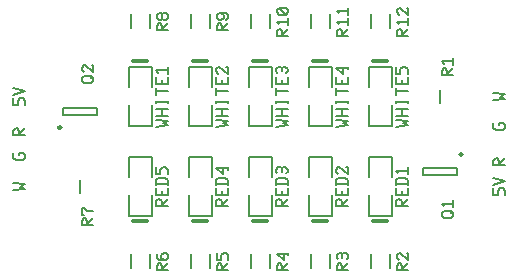
<source format=gbr>
G04 Generated by Ultiboard 14.0 *
%FSLAX33Y33*%
%MOMM*%

%ADD10C,0.001*%
%ADD11C,0.156*%
%ADD12C,0.203*%
%ADD13C,0.305*%
%ADD14C,0.200*%
%ADD15C,0.250*%


G04 ColorRGB FFFF00 for the following layer *
%LNSilkscreen Top*%
%LPD*%
G54D10*
G54D11*
X19085Y16462D02*
X20085Y16561D01*
X19685Y16760D01*
X20085Y16959D01*
X19085Y17059D01*
X20085Y17358D02*
X19085Y17358D01*
X20085Y17955D02*
X19085Y17955D01*
X19585Y17358D02*
X19585Y17955D01*
X20085Y18453D02*
X20085Y18652D01*
X19085Y18453D02*
X19085Y18652D01*
X20085Y18552D02*
X19085Y18552D01*
X20085Y19448D02*
X19085Y19448D01*
X19085Y19150D02*
X19085Y19747D01*
X20085Y20643D02*
X20085Y20046D01*
X19585Y20046D01*
X19085Y20046D01*
X19085Y20643D01*
X19585Y20046D02*
X19585Y20444D01*
X19285Y21041D02*
X19085Y21240D01*
X20085Y21240D01*
X20085Y20942D02*
X20085Y21539D01*
X24165Y16462D02*
X25165Y16561D01*
X24765Y16760D01*
X25165Y16959D01*
X24165Y17059D01*
X25165Y17358D02*
X24165Y17358D01*
X25165Y17955D02*
X24165Y17955D01*
X24665Y17358D02*
X24665Y17955D01*
X25165Y18453D02*
X25165Y18652D01*
X24165Y18453D02*
X24165Y18652D01*
X25165Y18552D02*
X24165Y18552D01*
X25165Y19448D02*
X24165Y19448D01*
X24165Y19150D02*
X24165Y19747D01*
X25165Y20643D02*
X25165Y20046D01*
X24665Y20046D01*
X24165Y20046D01*
X24165Y20643D01*
X24665Y20046D02*
X24665Y20444D01*
X24365Y20942D02*
X24165Y21141D01*
X24165Y21340D01*
X24365Y21539D01*
X24465Y21539D01*
X25165Y20942D01*
X25165Y21539D01*
X25065Y21539D01*
X29245Y16462D02*
X30245Y16561D01*
X29845Y16760D01*
X30245Y16959D01*
X29245Y17059D01*
X30245Y17358D02*
X29245Y17358D01*
X30245Y17955D02*
X29245Y17955D01*
X29745Y17358D02*
X29745Y17955D01*
X30245Y18453D02*
X30245Y18652D01*
X29245Y18453D02*
X29245Y18652D01*
X30245Y18552D02*
X29245Y18552D01*
X30245Y19448D02*
X29245Y19448D01*
X29245Y19150D02*
X29245Y19747D01*
X30245Y20643D02*
X30245Y20046D01*
X29745Y20046D01*
X29245Y20046D01*
X29245Y20643D01*
X29745Y20046D02*
X29745Y20444D01*
X29345Y21041D02*
X29245Y21141D01*
X29245Y21340D01*
X29445Y21539D01*
X29645Y21539D01*
X29745Y21439D01*
X29845Y21539D01*
X30045Y21539D01*
X30245Y21340D01*
X30245Y21141D01*
X30145Y21041D01*
X29745Y21141D02*
X29745Y21439D01*
X34325Y16462D02*
X35325Y16561D01*
X34925Y16760D01*
X35325Y16959D01*
X34325Y17059D01*
X35325Y17358D02*
X34325Y17358D01*
X35325Y17955D02*
X34325Y17955D01*
X34825Y17358D02*
X34825Y17955D01*
X35325Y18453D02*
X35325Y18652D01*
X34325Y18453D02*
X34325Y18652D01*
X35325Y18552D02*
X34325Y18552D01*
X35325Y19448D02*
X34325Y19448D01*
X34325Y19150D02*
X34325Y19747D01*
X35325Y20643D02*
X35325Y20046D01*
X34825Y20046D01*
X34325Y20046D01*
X34325Y20643D01*
X34825Y20046D02*
X34825Y20444D01*
X34925Y21539D02*
X34925Y20942D01*
X34325Y21439D01*
X35325Y21439D01*
X35325Y21340D02*
X35325Y21539D01*
X39405Y16462D02*
X40405Y16561D01*
X40005Y16760D01*
X40405Y16959D01*
X39405Y17059D01*
X40405Y17358D02*
X39405Y17358D01*
X40405Y17955D02*
X39405Y17955D01*
X39905Y17358D02*
X39905Y17955D01*
X40405Y18453D02*
X40405Y18652D01*
X39405Y18453D02*
X39405Y18652D01*
X40405Y18552D02*
X39405Y18552D01*
X40405Y19448D02*
X39405Y19448D01*
X39405Y19150D02*
X39405Y19747D01*
X40405Y20643D02*
X40405Y20046D01*
X39905Y20046D01*
X39405Y20046D01*
X39405Y20643D01*
X39905Y20046D02*
X39905Y20444D01*
X39405Y21539D02*
X39405Y20942D01*
X39805Y20942D01*
X39805Y21340D01*
X40005Y21539D01*
X40205Y21539D01*
X40405Y21340D01*
X40405Y20942D01*
X20150Y24604D02*
X19150Y24604D01*
X19150Y25002D01*
X19350Y25201D01*
X19450Y25201D01*
X19650Y25002D01*
X19650Y24604D01*
X19650Y24703D02*
X20150Y25201D01*
X20150Y25898D02*
X20150Y25699D01*
X19950Y25500D01*
X19750Y25500D01*
X19650Y25599D01*
X19550Y25500D01*
X19350Y25500D01*
X19150Y25699D01*
X19150Y25898D01*
X19350Y26097D01*
X19550Y26097D01*
X19650Y25997D01*
X19750Y26097D01*
X19950Y26097D01*
X20150Y25898D01*
X19650Y25599D02*
X19650Y25997D01*
X25230Y24604D02*
X24230Y24604D01*
X24230Y25002D01*
X24430Y25201D01*
X24530Y25201D01*
X24730Y25002D01*
X24730Y24604D01*
X24730Y24703D02*
X25230Y25201D01*
X25030Y25500D02*
X25230Y25699D01*
X25230Y25898D01*
X25030Y26097D01*
X24630Y26097D01*
X24430Y26097D01*
X24230Y25898D01*
X24230Y25699D01*
X24430Y25500D01*
X24630Y25500D01*
X24830Y25699D01*
X24830Y25898D01*
X24630Y26097D01*
X30310Y24156D02*
X29310Y24156D01*
X29310Y24554D01*
X29510Y24753D01*
X29610Y24753D01*
X29810Y24554D01*
X29810Y24156D01*
X29810Y24255D02*
X30310Y24753D01*
X29510Y25151D02*
X29310Y25350D01*
X30310Y25350D01*
X30310Y25052D02*
X30310Y25649D01*
X29510Y25948D02*
X29310Y26147D01*
X29310Y26346D01*
X29510Y26545D01*
X30110Y26545D01*
X30310Y26346D01*
X30310Y26147D01*
X30110Y25948D01*
X29510Y25948D01*
X29510Y26545D02*
X30110Y25948D01*
X35390Y24156D02*
X34390Y24156D01*
X34390Y24554D01*
X34590Y24753D01*
X34690Y24753D01*
X34890Y24554D01*
X34890Y24156D01*
X34890Y24255D02*
X35390Y24753D01*
X34590Y25151D02*
X34390Y25350D01*
X35390Y25350D01*
X35390Y25052D02*
X35390Y25649D01*
X34590Y26047D02*
X34390Y26246D01*
X35390Y26246D01*
X35390Y25948D02*
X35390Y26545D01*
X40470Y24156D02*
X39470Y24156D01*
X39470Y24554D01*
X39670Y24753D01*
X39770Y24753D01*
X39970Y24554D01*
X39970Y24156D01*
X39970Y24255D02*
X40470Y24753D01*
X39670Y25151D02*
X39470Y25350D01*
X40470Y25350D01*
X40470Y25052D02*
X40470Y25649D01*
X39670Y25948D02*
X39470Y26147D01*
X39470Y26346D01*
X39670Y26545D01*
X39770Y26545D01*
X40470Y25948D01*
X40470Y26545D01*
X40370Y26545D01*
X20085Y9738D02*
X19085Y9738D01*
X19085Y10136D01*
X19285Y10335D01*
X19385Y10335D01*
X19585Y10136D01*
X19585Y9738D01*
X19585Y9837D02*
X20085Y10335D01*
X20085Y11231D02*
X20085Y10634D01*
X19585Y10634D01*
X19085Y10634D01*
X19085Y11231D01*
X19585Y10634D02*
X19585Y11032D01*
X20085Y11530D02*
X20085Y11928D01*
X19885Y12127D01*
X19285Y12127D01*
X19085Y11928D01*
X19085Y11530D01*
X19085Y11629D02*
X20085Y11629D01*
X19085Y13023D02*
X19085Y12426D01*
X19485Y12426D01*
X19485Y12824D01*
X19685Y13023D01*
X19885Y13023D01*
X20085Y12824D01*
X20085Y12426D01*
X25165Y9738D02*
X24165Y9738D01*
X24165Y10136D01*
X24365Y10335D01*
X24465Y10335D01*
X24665Y10136D01*
X24665Y9738D01*
X24665Y9837D02*
X25165Y10335D01*
X25165Y11231D02*
X25165Y10634D01*
X24665Y10634D01*
X24165Y10634D01*
X24165Y11231D01*
X24665Y10634D02*
X24665Y11032D01*
X25165Y11530D02*
X25165Y11928D01*
X24965Y12127D01*
X24365Y12127D01*
X24165Y11928D01*
X24165Y11530D01*
X24165Y11629D02*
X25165Y11629D01*
X24765Y13023D02*
X24765Y12426D01*
X24165Y12923D01*
X25165Y12923D01*
X25165Y12824D02*
X25165Y13023D01*
X30245Y9738D02*
X29245Y9738D01*
X29245Y10136D01*
X29445Y10335D01*
X29545Y10335D01*
X29745Y10136D01*
X29745Y9738D01*
X29745Y9837D02*
X30245Y10335D01*
X30245Y11231D02*
X30245Y10634D01*
X29745Y10634D01*
X29245Y10634D01*
X29245Y11231D01*
X29745Y10634D02*
X29745Y11032D01*
X30245Y11530D02*
X30245Y11928D01*
X30045Y12127D01*
X29445Y12127D01*
X29245Y11928D01*
X29245Y11530D01*
X29245Y11629D02*
X30245Y11629D01*
X29345Y12525D02*
X29245Y12625D01*
X29245Y12824D01*
X29445Y13023D01*
X29645Y13023D01*
X29745Y12923D01*
X29845Y13023D01*
X30045Y13023D01*
X30245Y12824D01*
X30245Y12625D01*
X30145Y12525D01*
X29745Y12625D02*
X29745Y12923D01*
X35325Y9738D02*
X34325Y9738D01*
X34325Y10136D01*
X34525Y10335D01*
X34625Y10335D01*
X34825Y10136D01*
X34825Y9738D01*
X34825Y9837D02*
X35325Y10335D01*
X35325Y11231D02*
X35325Y10634D01*
X34825Y10634D01*
X34325Y10634D01*
X34325Y11231D01*
X34825Y10634D02*
X34825Y11032D01*
X35325Y11530D02*
X35325Y11928D01*
X35125Y12127D01*
X34525Y12127D01*
X34325Y11928D01*
X34325Y11530D01*
X34325Y11629D02*
X35325Y11629D01*
X34525Y12426D02*
X34325Y12625D01*
X34325Y12824D01*
X34525Y13023D01*
X34625Y13023D01*
X35325Y12426D01*
X35325Y13023D01*
X35225Y13023D01*
X40405Y9738D02*
X39405Y9738D01*
X39405Y10136D01*
X39605Y10335D01*
X39705Y10335D01*
X39905Y10136D01*
X39905Y9738D01*
X39905Y9837D02*
X40405Y10335D01*
X40405Y11231D02*
X40405Y10634D01*
X39905Y10634D01*
X39405Y10634D01*
X39405Y11231D01*
X39905Y10634D02*
X39905Y11032D01*
X40405Y11530D02*
X40405Y11928D01*
X40205Y12127D01*
X39605Y12127D01*
X39405Y11928D01*
X39405Y11530D01*
X39405Y11629D02*
X40405Y11629D01*
X39605Y12525D02*
X39405Y12724D01*
X40405Y12724D01*
X40405Y12426D02*
X40405Y13023D01*
X20150Y4284D02*
X19150Y4284D01*
X19150Y4682D01*
X19350Y4881D01*
X19450Y4881D01*
X19650Y4682D01*
X19650Y4284D01*
X19650Y4383D02*
X20150Y4881D01*
X19150Y5677D02*
X19150Y5379D01*
X19350Y5180D01*
X19750Y5180D01*
X19950Y5180D01*
X20150Y5379D01*
X20150Y5578D01*
X19950Y5777D01*
X19750Y5777D01*
X19550Y5578D01*
X19550Y5379D01*
X19750Y5180D01*
X25230Y4284D02*
X24230Y4284D01*
X24230Y4682D01*
X24430Y4881D01*
X24530Y4881D01*
X24730Y4682D01*
X24730Y4284D01*
X24730Y4383D02*
X25230Y4881D01*
X24230Y5777D02*
X24230Y5180D01*
X24630Y5180D01*
X24630Y5578D01*
X24830Y5777D01*
X25030Y5777D01*
X25230Y5578D01*
X25230Y5180D01*
X30310Y4284D02*
X29310Y4284D01*
X29310Y4682D01*
X29510Y4881D01*
X29610Y4881D01*
X29810Y4682D01*
X29810Y4284D01*
X29810Y4383D02*
X30310Y4881D01*
X29910Y5777D02*
X29910Y5180D01*
X29310Y5677D01*
X30310Y5677D01*
X30310Y5578D02*
X30310Y5777D01*
X35390Y4284D02*
X34390Y4284D01*
X34390Y4682D01*
X34590Y4881D01*
X34690Y4881D01*
X34890Y4682D01*
X34890Y4284D01*
X34890Y4383D02*
X35390Y4881D01*
X34490Y5279D02*
X34390Y5379D01*
X34390Y5578D01*
X34590Y5777D01*
X34790Y5777D01*
X34890Y5677D01*
X34990Y5777D01*
X35190Y5777D01*
X35390Y5578D01*
X35390Y5379D01*
X35290Y5279D01*
X34890Y5379D02*
X34890Y5677D01*
X40470Y4284D02*
X39470Y4284D01*
X39470Y4682D01*
X39670Y4881D01*
X39770Y4881D01*
X39970Y4682D01*
X39970Y4284D01*
X39970Y4383D02*
X40470Y4881D01*
X39670Y5180D02*
X39470Y5379D01*
X39470Y5578D01*
X39670Y5777D01*
X39770Y5777D01*
X40470Y5180D01*
X40470Y5777D01*
X40370Y5777D01*
X13600Y20159D02*
X13800Y20358D01*
X13800Y20557D01*
X13600Y20756D01*
X13000Y20756D01*
X12800Y20557D01*
X12800Y20358D01*
X13000Y20159D01*
X13600Y20159D01*
X13600Y20557D02*
X13800Y20756D01*
X13000Y21055D02*
X12800Y21254D01*
X12800Y21453D01*
X13000Y21652D01*
X13100Y21652D01*
X13800Y21055D01*
X13800Y21652D01*
X13700Y21652D01*
X13800Y8094D02*
X12800Y8094D01*
X12800Y8492D01*
X13000Y8691D01*
X13100Y8691D01*
X13300Y8492D01*
X13300Y8094D01*
X13300Y8193D02*
X13800Y8691D01*
X13800Y9288D02*
X13300Y9288D01*
X13000Y9587D01*
X12800Y9587D01*
X12800Y8990D01*
X13000Y8990D01*
X44280Y20794D02*
X43280Y20794D01*
X43280Y21192D01*
X43480Y21391D01*
X43580Y21391D01*
X43780Y21192D01*
X43780Y20794D01*
X43780Y20893D02*
X44280Y21391D01*
X43480Y21789D02*
X43280Y21988D01*
X44280Y21988D01*
X44280Y21690D02*
X44280Y22287D01*
X44080Y8729D02*
X44280Y8928D01*
X44280Y9127D01*
X44080Y9326D01*
X43480Y9326D01*
X43280Y9127D01*
X43280Y8928D01*
X43480Y8729D01*
X44080Y8729D01*
X44080Y9127D02*
X44280Y9326D01*
X43480Y9724D02*
X43280Y9923D01*
X44280Y9923D01*
X44280Y9625D02*
X44280Y10222D01*
X7020Y11082D02*
X8020Y11181D01*
X7620Y11380D01*
X8020Y11579D01*
X7020Y11679D01*
X7520Y14020D02*
X7520Y14219D01*
X7820Y14219D01*
X8020Y14020D01*
X8020Y13821D01*
X7820Y13622D01*
X7220Y13622D01*
X7020Y13821D01*
X7020Y14219D01*
X8020Y15714D02*
X7020Y15714D01*
X7020Y16112D01*
X7220Y16311D01*
X7320Y16311D01*
X7520Y16112D01*
X7520Y15714D01*
X7520Y15813D02*
X8020Y16311D01*
X7020Y18851D02*
X7020Y18254D01*
X7420Y18254D01*
X7420Y18652D01*
X7620Y18851D01*
X7820Y18851D01*
X8020Y18652D01*
X8020Y18254D01*
X7020Y19150D02*
X8020Y19448D01*
X7020Y19747D01*
X47660Y11231D02*
X47660Y10634D01*
X48060Y10634D01*
X48060Y11032D01*
X48260Y11231D01*
X48460Y11231D01*
X48660Y11032D01*
X48660Y10634D01*
X47660Y11530D02*
X48660Y11828D01*
X47660Y12127D01*
X48660Y13174D02*
X47660Y13174D01*
X47660Y13572D01*
X47860Y13771D01*
X47960Y13771D01*
X48160Y13572D01*
X48160Y13174D01*
X48160Y13273D02*
X48660Y13771D01*
X48160Y16560D02*
X48160Y16759D01*
X48460Y16759D01*
X48660Y16560D01*
X48660Y16361D01*
X48460Y16162D01*
X47860Y16162D01*
X47660Y16361D01*
X47660Y16759D01*
X47660Y18702D02*
X48660Y18801D01*
X48260Y19000D01*
X48660Y19199D01*
X47660Y19299D01*
G54D12*
X18780Y21550D02*
X16780Y21550D01*
X16780Y16550D02*
X18780Y16550D01*
X16780Y18300D02*
X16780Y16550D01*
X18780Y16550D02*
X18780Y18300D01*
X16780Y21550D02*
X16780Y19800D01*
X18780Y21550D02*
X18780Y19800D01*
X23860Y21550D02*
X21860Y21550D01*
X21860Y16550D02*
X23860Y16550D01*
X21860Y18300D02*
X21860Y16550D01*
X23860Y16550D02*
X23860Y18300D01*
X21860Y21550D02*
X21860Y19800D01*
X23860Y21550D02*
X23860Y19800D01*
X28940Y21550D02*
X26940Y21550D01*
X26940Y16550D02*
X28940Y16550D01*
X26940Y18300D02*
X26940Y16550D01*
X28940Y16550D02*
X28940Y18300D01*
X26940Y21550D02*
X26940Y19800D01*
X28940Y21550D02*
X28940Y19800D01*
X34020Y21550D02*
X32020Y21550D01*
X32020Y16550D02*
X34020Y16550D01*
X32020Y18300D02*
X32020Y16550D01*
X34020Y16550D02*
X34020Y18300D01*
X32020Y21550D02*
X32020Y19800D01*
X34020Y21550D02*
X34020Y19800D01*
X39100Y21550D02*
X37100Y21550D01*
X37100Y16550D02*
X39100Y16550D01*
X37100Y18300D02*
X37100Y16550D01*
X39100Y16550D02*
X39100Y18300D01*
X37100Y21550D02*
X37100Y19800D01*
X39100Y21550D02*
X39100Y19800D01*
X16780Y8930D02*
X18780Y8930D01*
X18780Y13930D02*
X16780Y13930D01*
X18780Y12180D02*
X18780Y13930D01*
X16780Y13930D02*
X16780Y12180D01*
X18780Y8930D02*
X18780Y10680D01*
X16780Y8930D02*
X16780Y10680D01*
X21860Y8930D02*
X23860Y8930D01*
X23860Y13930D02*
X21860Y13930D01*
X23860Y12180D02*
X23860Y13930D01*
X21860Y13930D02*
X21860Y12180D01*
X23860Y8930D02*
X23860Y10680D01*
X21860Y8930D02*
X21860Y10680D01*
X26940Y8930D02*
X28940Y8930D01*
X28940Y13930D02*
X26940Y13930D01*
X28940Y12180D02*
X28940Y13930D01*
X26940Y13930D02*
X26940Y12180D01*
X28940Y8930D02*
X28940Y10680D01*
X26940Y8930D02*
X26940Y10680D01*
X32020Y8930D02*
X34020Y8930D01*
X34020Y13930D02*
X32020Y13930D01*
X34020Y12180D02*
X34020Y13930D01*
X32020Y13930D02*
X32020Y12180D01*
X34020Y8930D02*
X34020Y10680D01*
X32020Y8930D02*
X32020Y10680D01*
X37100Y8930D02*
X39100Y8930D01*
X39100Y13930D02*
X37100Y13930D01*
X39100Y12180D02*
X39100Y13930D01*
X37100Y13930D02*
X37100Y12180D01*
X39100Y8930D02*
X39100Y10680D01*
X37100Y8930D02*
X37100Y10680D01*
G54D13*
X17180Y22050D02*
X18380Y22050D01*
X22260Y22050D02*
X23460Y22050D01*
X27340Y22050D02*
X28540Y22050D01*
X32420Y22050D02*
X33620Y22050D01*
X37500Y22050D02*
X38700Y22050D01*
X18380Y8430D02*
X17180Y8430D01*
X23460Y8430D02*
X22260Y8430D01*
X28540Y8430D02*
X27340Y8430D01*
X33620Y8430D02*
X32420Y8430D01*
X38700Y8430D02*
X37500Y8430D01*
G54D14*
X18580Y24800D02*
X18580Y26000D01*
X16980Y24800D02*
X16980Y26000D01*
X16980Y24800D02*
X16980Y26000D01*
X23660Y24800D02*
X23660Y26000D01*
X22060Y24800D02*
X22060Y26000D01*
X22060Y24800D02*
X22060Y26000D01*
X28740Y24800D02*
X28740Y26000D01*
X27140Y24800D02*
X27140Y26000D01*
X27140Y24800D02*
X27140Y26000D01*
X33820Y24800D02*
X33820Y26000D01*
X32220Y24800D02*
X32220Y26000D01*
X32220Y24800D02*
X32220Y26000D01*
X38900Y24800D02*
X38900Y26000D01*
X37300Y24800D02*
X37300Y26000D01*
X37300Y24800D02*
X37300Y26000D01*
X16980Y5680D02*
X16980Y4480D01*
X18580Y5680D02*
X18580Y4480D01*
X18580Y5680D02*
X18580Y4480D01*
X22060Y5680D02*
X22060Y4480D01*
X23660Y5680D02*
X23660Y4480D01*
X23660Y5680D02*
X23660Y4480D01*
X27140Y5680D02*
X27140Y4480D01*
X28740Y5680D02*
X28740Y4480D01*
X28740Y5680D02*
X28740Y4480D01*
X32220Y5680D02*
X32220Y4480D01*
X33820Y5680D02*
X33820Y4480D01*
X33820Y5680D02*
X33820Y4480D01*
X37300Y5680D02*
X37300Y4480D01*
X38900Y5680D02*
X38900Y4480D01*
X38900Y5680D02*
X38900Y4480D01*
X14150Y17480D02*
X14150Y18080D01*
X11250Y18080D02*
X11250Y17480D01*
X14150Y17480D01*
X14150Y18080D02*
X11250Y18080D01*
X12700Y10880D02*
X12700Y11980D01*
X12700Y10880D02*
X12700Y11980D01*
X43180Y19600D02*
X43180Y18500D01*
X43180Y19600D02*
X43180Y18500D01*
X41730Y13000D02*
X41730Y12400D01*
X44630Y12400D02*
X44630Y13000D01*
X41730Y13000D01*
X41730Y12400D02*
X44630Y12400D01*
G54D15*
X10825Y16380D02*
G75*
D01*
G02X10825Y16380I125J0*
G01*
X44805Y14100D02*
G75*
D01*
G02X44805Y14100I125J0*
G01*

M02*

</source>
